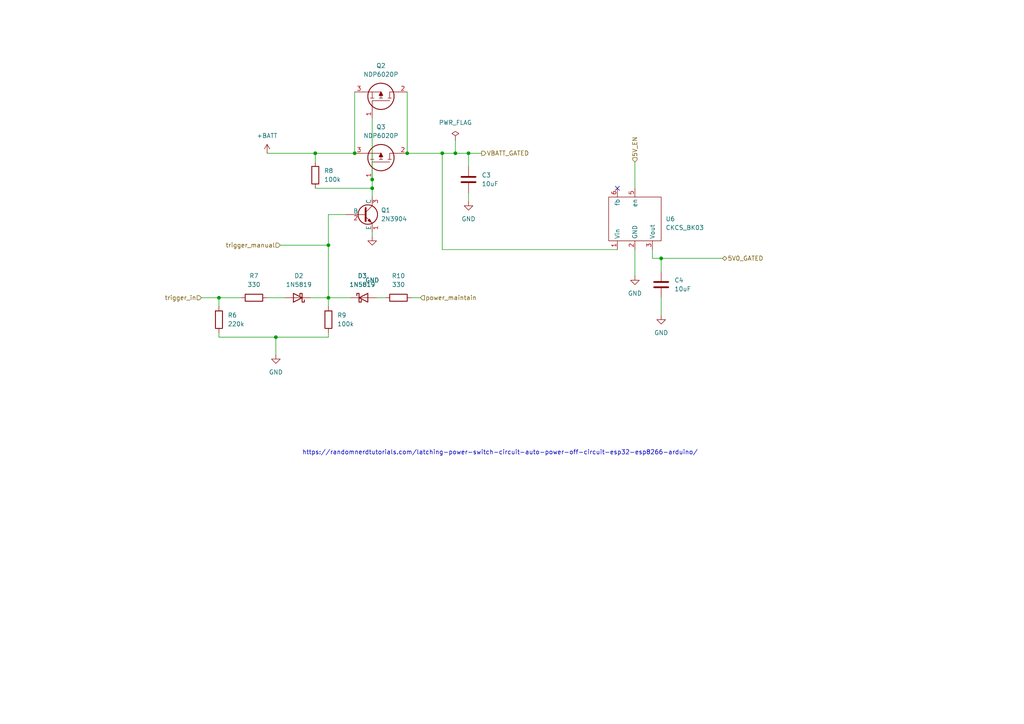
<source format=kicad_sch>
(kicad_sch (version 20211123) (generator eeschema)
  (paper "A4")
  (lib_symbols
    (symbol "Device:C" (pin_numbers hide) (pin_names (offset 0.254))
      (property "Reference" "C" (at 0.635 2.54 0))
      (property "Value" "C" (at 0.635 -2.54 0))
      (symbol "C_0_1"
        (polyline (pts (xy -2.032 -0.762) (xy 2.032 -0.762)) (stroke (width 0.508)))
        (polyline (pts (xy -2.032 0.762) (xy 2.032 0.762)) (stroke (width 0.508)))
      )
      (symbol "C_1_1"
        (pin passive line (at 0 3.81 270) (length 2.794) (name "~") (number "1"))
        (pin passive line (at 0 -3.81 90) (length 2.794) (name "~") (number "2"))
      )
    )
    (symbol "Device:R" (pin_numbers hide) (pin_names (offset 0))
      (property "Reference" "R" (at 2.032 0 90))
      (property "Value" "R" (at 0 0 90))
      (symbol "R_0_1"
        (rectangle (start -1.016 -2.54) (end 1.016 2.54) (stroke (width 0.254)))
      )
      (symbol "R_1_1"
        (pin passive line (at 0 3.81 270) (length 1.27) (name "~") (number "1"))
        (pin passive line (at 0 -3.81 90) (length 1.27) (name "~") (number "2"))
      )
    )
    (symbol "Diode:1N5819" (pin_numbers hide) (pin_names (offset 1.016) hide)
      (property "Reference" "D" (at 0 2.54 0))
      (property "Value" "1N5819" (at 0 -2.54 0))
      (symbol "1N5819_0_1"
        (polyline (pts (xy 1.27 0) (xy -1.27 0)))
        (polyline (pts (xy 1.27 1.27) (xy 1.27 -1.27) (xy -1.27 0) (xy 1.27 1.27)) (stroke (width 0.254)))
        (polyline (pts (xy -1.905 0.635) (xy -1.905 1.27) (xy -1.27 1.27) (xy -1.27 -1.27) (xy -0.635 -1.27) (xy -0.635 -0.635)) (stroke (width 0.254)))
      )
      (symbol "1N5819_1_1"
        (pin passive line (at -3.81 0 0) (length 2.54) (name "K") (number "1"))
        (pin passive line (at 3.81 0 180) (length 2.54) (name "A") (number "2"))
      )
    )
    (symbol "NDP6020P:NDP6020P" (pin_names (offset 0.762))
      (property "Reference" "Q" (at 11.43 3.81 0))
      (property "Value" "NDP6020P" (at 11.43 1.27 0))
      (symbol "NDP6020P_0_0"
        (pin passive line (at 0 0 0) (length 2.54) (name "~") (number "1"))
        (pin passive line (at 7.62 10.16 270) (length 2.54) (name "~") (number "2"))
        (pin passive line (at 7.62 -5.08 90) (length 2.54) (name "~") (number "3"))
      )
      (symbol "NDP6020P_0_1"
        (polyline (pts (xy 5.842 -0.508) (xy 5.842 0.508)) (stroke (width 0.1524)))
        (polyline (pts (xy 5.842 0) (xy 7.62 0)) (stroke (width 0.1524)))
        (polyline (pts (xy 5.842 2.032) (xy 5.842 3.048)) (stroke (width 0.1524)))
        (polyline (pts (xy 5.842 5.588) (xy 5.842 4.572)) (stroke (width 0.1524)))
        (polyline (pts (xy 7.62 2.54) (xy 5.842 2.54)) (stroke (width 0.1524)))
        (polyline (pts (xy 7.62 2.54) (xy 7.62 -2.54)) (stroke (width 0.1524)))
        (polyline (pts (xy 7.62 5.08) (xy 5.842 5.08)) (stroke (width 0.1524)))
        (polyline (pts (xy 7.62 5.08) (xy 7.62 7.62)) (stroke (width 0.1524)))
        (polyline (pts (xy 2.54 0) (xy 5.08 0) (xy 5.08 5.08)) (stroke (width 0.1524)))
        (polyline (pts (xy 7.62 2.54) (xy 6.604 3.048) (xy 6.604 2.032) (xy 7.62 2.54)) (stroke (width 0.254)) (fill (type outline)))
        (circle (center 6.35 2.54) (radius 3.81) (stroke (width 0.254)))
      )
    )
    (symbol "PCB Modules:CKCS_BK03"
      (property "Reference" "U" (at -13.97 1.27 0))
      (property "Value" "CKCS_BK03" (at -13.97 -1.27 0))
      (symbol "CKCS_BK03_0_0"
        (pin power_in line (at 0 -8.89 90) (length 2.54) (name "GND") (number "2"))
        (pin power_out line (at 5.08 -8.89 90) (length 2.54) (name "Vout") (number "3"))
        (pin no_connect line (at 5.08 6.35 270) (length 2.54) hide (name "") (number "4"))
        (pin input line (at 0 8.89 270) (length 2.54) (name "en") (number "5"))
        (pin input line (at -5.08 8.89 270) (length 2.54) (name "fb") (number "6"))
      )
      (symbol "CKCS_BK03_0_1"
        (rectangle (start -7.62 6.35) (end 7.62 -6.35))
      )
      (symbol "CKCS_BK03_1_1"
        (pin power_in line (at -5.08 -8.89 90) (length 2.54) (name "Vin") (number "1"))
      )
    )
    (symbol "Transistor_BJT:2N3904" (pin_names (offset 0))
      (property "Reference" "Q" (at 5.08 1.905 0))
      (property "Value" "2N3904" (at 5.08 0 0))
      (symbol "2N3904_0_1"
        (polyline (pts (xy 0.635 0.635) (xy 2.54 2.54)))
        (polyline (pts (xy 0.635 -0.635) (xy 2.54 -2.54) (xy 2.54 -2.54)))
        (polyline (pts (xy 0.635 1.905) (xy 0.635 -1.905) (xy 0.635 -1.905)) (stroke (width 0.508)))
        (polyline (pts (xy 1.27 -1.778) (xy 1.778 -1.27) (xy 2.286 -2.286) (xy 1.27 -1.778) (xy 1.27 -1.778)) (fill (type outline)))
        (circle (center 1.27 0) (radius 2.8194) (stroke (width 0.254)))
      )
      (symbol "2N3904_1_1"
        (pin passive line (at 2.54 -5.08 90) (length 2.54) (name "E") (number "1"))
        (pin passive line (at -5.08 0 0) (length 5.715) (name "B") (number "2"))
        (pin passive line (at 2.54 5.08 270) (length 2.54) (name "C") (number "3"))
      )
    )
    (symbol "power:+BATT" (power) (pin_names (offset 0))
      (property "Value" "+BATT" (at 0 3.556 0))
      (symbol "+BATT_0_1"
        (polyline (pts (xy -0.762 1.27) (xy 0 2.54)))
        (polyline (pts (xy 0 0) (xy 0 2.54)))
        (polyline (pts (xy 0 2.54) (xy 0.762 1.27)))
      )
      (symbol "+BATT_1_1"
        (pin power_in line (at 0 0 90) (length 0) hide (name "+BATT") (number "1"))
      )
    )
    (symbol "power:GND" (power) (pin_names (offset 0))
      (property "Value" "GND" (at 0 -3.81 0))
      (symbol "GND_0_1"
        (polyline (pts (xy 0 0) (xy 0 -1.27) (xy 1.27 -1.27) (xy 0 -2.54) (xy -1.27 -1.27) (xy 0 -1.27)))
      )
      (symbol "GND_1_1"
        (pin power_in line (at 0 0 270) (length 0) hide (name "GND") (number "1"))
      )
    )
    (symbol "power:PWR_FLAG" (power) (pin_numbers hide) (pin_names (offset 0) hide)
      (property "Value" "PWR_FLAG" (at 0 3.81 0))
      (symbol "PWR_FLAG_0_0"
        (pin power_out line (at 0 0 90) (length 0) (name "pwr") (number "1"))
      )
      (symbol "PWR_FLAG_0_1"
        (polyline (pts (xy 0 0) (xy 0 1.27) (xy -1.016 1.905) (xy 0 2.54) (xy 1.016 1.905) (xy 0 1.27)))
      )
    )
  )
  (junction (at 95.25 86.36))
  (junction (at 135.89 44.45))
  (junction (at 80.01 97.79))
  (junction (at 102.87 44.45))
  (junction (at 128.27 44.45))
  (junction (at 91.44 44.45))
  (junction (at 191.77 74.93))
  (junction (at 107.95 52.07))
  (junction (at 132.08 44.45))
  (junction (at 63.5 86.36))
  (junction (at 95.25 71.12))
  (junction (at 107.95 54.61))
  (junction (at 118.11 44.45))
  (no_connect (at 179.07 54.61))
  (wire (pts (xy 63.5 86.36) (xy 69.85 86.36)))
  (wire (pts (xy 95.25 71.12) (xy 95.25 86.36)))
  (wire (pts (xy 111.76 86.36) (xy 109.22 86.36)))
  (wire (pts (xy 128.27 44.45) (xy 132.08 44.45)))
  (wire (pts (xy 77.47 86.36) (xy 82.55 86.36)))
  (wire (pts (xy 107.95 57.15) (xy 107.95 54.61)))
  (wire (pts (xy 95.25 88.9) (xy 95.25 86.36)))
  (wire (pts (xy 63.5 97.79) (xy 80.01 97.79)))
  (wire (pts (xy 91.44 44.45) (xy 102.87 44.45)))
  (wire (pts (xy 95.25 86.36) (xy 101.6 86.36)))
  (wire (pts (xy 95.25 62.23) (xy 95.25 71.12)))
  (wire (pts (xy 135.89 58.42) (xy 135.89 55.88)))
  (wire (pts (xy 80.01 97.79) (xy 95.25 97.79)))
  (wire (pts (xy 189.23 74.93) (xy 191.77 74.93)))
  (wire (pts (xy 191.77 91.44) (xy 191.77 86.36)))
  (wire (pts (xy 191.77 74.93) (xy 191.77 78.74)))
  (wire (pts (xy 95.25 97.79) (xy 95.25 96.52)))
  (wire (pts (xy 81.28 71.12) (xy 95.25 71.12)))
  (wire (pts (xy 80.01 97.79) (xy 80.01 102.87)))
  (wire (pts (xy 63.5 88.9) (xy 63.5 86.36)))
  (wire (pts (xy 191.77 74.93) (xy 209.55 74.93)))
  (wire (pts (xy 77.47 44.45) (xy 91.44 44.45)))
  (wire (pts (xy 58.42 86.36) (xy 63.5 86.36)))
  (wire (pts (xy 91.44 46.99) (xy 91.44 44.45)))
  (wire (pts (xy 128.27 72.39) (xy 179.07 72.39)))
  (wire (pts (xy 118.11 44.45) (xy 128.27 44.45)))
  (wire (pts (xy 107.95 68.58) (xy 107.95 67.31)))
  (wire (pts (xy 184.15 46.99) (xy 184.15 54.61)))
  (wire (pts (xy 118.11 26.67) (xy 118.11 44.45)))
  (wire (pts (xy 91.44 54.61) (xy 107.95 54.61)))
  (wire (pts (xy 121.92 86.36) (xy 119.38 86.36)))
  (wire (pts (xy 107.95 52.07) (xy 107.95 54.61)))
  (wire (pts (xy 63.5 97.79) (xy 63.5 96.52)))
  (wire (pts (xy 132.08 44.45) (xy 135.89 44.45)))
  (wire (pts (xy 135.89 48.26) (xy 135.89 44.45)))
  (wire (pts (xy 107.95 34.29) (xy 107.95 52.07)))
  (wire (pts (xy 135.89 44.45) (xy 139.7 44.45)))
  (wire (pts (xy 95.25 86.36) (xy 90.17 86.36)))
  (wire (pts (xy 184.15 80.01) (xy 184.15 72.39)))
  (wire (pts (xy 189.23 72.39) (xy 189.23 74.93)))
  (wire (pts (xy 100.33 62.23) (xy 95.25 62.23)))
  (wire (pts (xy 102.87 26.67) (xy 102.87 44.45)))
  (wire (pts (xy 132.08 40.64) (xy 132.08 44.45)))
  (wire (pts (xy 128.27 44.45) (xy 128.27 72.39)))
  (text "https://randomnerdtutorials.com/latching-power-switch-circuit-auto-power-off-circuit-esp32-esp8266-arduino/" (at 87.63 132.08 0) (effects (font (size 1.27 1.27)) (justify left bottom)))
  (hierarchical_label "5V0_GATED" (shape bidirectional) (at 209.55 74.93 0))
  (hierarchical_label "VBATT_GATED" (shape output) (at 139.7 44.45 0))
  (hierarchical_label "power_maintain" (shape input) (at 121.92 86.36 0))
  (hierarchical_label "trigger_manual" (shape input) (at 81.28 71.12 180))
  (hierarchical_label "trigger_in" (shape input) (at 58.42 86.36 180))
  (hierarchical_label "5V_EN" (shape input) (at 184.15 46.99 90))
  (symbol (lib_id "power:GND") (at 80.01 102.87 0) (unit 1)
    (property "Reference" "#PWR033" (effects hide))
    (property "Value" "GND" (at 80.01 107.95 0))
  )
  (symbol (lib_id "power:PWR_FLAG") (at 132.08 40.64 0) (unit 1)
    (property "Reference" "#FLG0105" (effects hide))
    (property "Value" "PWR_FLAG" (at 132.08 35.56 0))
  )
  (symbol (lib_id "NDP6020P:NDP6020P") (at 107.95 34.29 270) (mirror x) (unit 1)
    (property "Reference" "Q2" (at 110.49 19.05 90))
    (property "Value" "NDP6020P" (at 110.49 21.59 90))
    (property "Footprint" "NDP6020P:TO254P470X1016X2019-3P" (effects hide))
    (property "Datasheet" "https://www.onsemi.com/pub/Collateral/NDP6020P-D.PDF" (effects hide))
    (property "Description" "P-Channel MOSFET, 24 A, 20 V, 3-Pin TO-220 ON Semiconductor NDP6020P" (effects hide))
    (property "Height" "4.7" (effects hide))
    (property "Manufacturer_Name" "ON Semiconductor" (effects hide))
    (property "Manufacturer_Part_Number" "NDP6020P" (effects hide))
    (property "Mouser Part Number" "512-NDP6020P" (effects hide))
    (property "Mouser Price/Stock" "https://www.mouser.co.uk/ProductDetail/ON-Semiconductor-Fairchild/NDP6020P?qs=mdiO5HdF0Khl%252BuaDKGopOw%3D%3D" (effects hide))
    (property "Arrow Part Number" "NDP6020P" (effects hide))
    (property "Arrow Price/Stock" "https://www.arrow.com/en/products/ndp6020p/on-semiconductor?region=europe" (effects hide))
  )
  (symbol (lib_id "Diode:1N5819") (at 105.41 86.36 0) (unit 1)
    (property "Reference" "D3" (at 105.0925 80.01 0))
    (property "Value" "1N5819" (at 105.0925 82.55 0))
    (property "Footprint" "Diode_SMD:D_SMA" (effects hide))
    (property "Datasheet" "http://www.vishay.com/docs/88525/1n5817.pdf" (effects hide))
  )
  (symbol (lib_id "Device:C") (at 191.77 82.55 0) (unit 1)
    (property "Reference" "C4" (at 195.58 81.2799 0) (effects (justify left)))
    (property "Value" "10uF" (at 195.58 83.8199 0) (effects (justify left)))
    (property "Footprint" "Capacitor_SMD:C_0805_2012Metric" (effects hide))
  )
  (symbol (lib_id "power:GND") (at 135.89 58.42 0) (unit 1)
    (property "Reference" "#PWR035" (effects hide))
    (property "Value" "GND" (at 135.89 63.5 0))
  )
  (symbol (lib_id "power:GND") (at 107.95 68.58 0) (unit 1)
    (property "Reference" "#PWR034" (effects hide))
    (property "Value" "GND" (at 107.95 81.28 0))
  )
  (symbol (lib_id "Device:R") (at 63.5 92.71 0) (unit 1)
    (property "Reference" "R6" (at 66.04 91.4399 0) (effects (justify left)))
    (property "Value" "220k" (at 66.04 93.9799 0) (effects (justify left)))
    (property "Footprint" "Resistor_SMD:R_1206_3216Metric" (effects hide))
  )
  (symbol (lib_id "Transistor_BJT:2N3904") (at 105.41 62.23 0) (unit 1)
    (property "Reference" "Q1" (at 110.49 60.9599 0) (effects (justify left)))
    (property "Value" "2N3904" (at 110.49 63.4999 0) (effects (justify left)))
    (property "Footprint" "Components:2N3904_SOT-23" (effects hide))
    (property "Datasheet" "https://www.onsemi.com/pub/Collateral/2N3903-D.PDF" (effects hide))
  )
  (symbol (lib_id "Device:R") (at 91.44 50.8 0) (unit 1)
    (property "Reference" "R8" (at 93.98 49.5299 0) (effects (justify left)))
    (property "Value" "100k" (at 93.98 52.0699 0) (effects (justify left)))
    (property "Footprint" "Resistor_SMD:R_1206_3216Metric" (effects hide))
  )
  (symbol (lib_id "power:+BATT") (at 77.47 44.45 0) (unit 1)
    (property "Reference" "#PWR032" (effects hide))
    (property "Value" "+BATT" (at 77.47 39.37 0))
  )
  (symbol (lib_id "Device:C") (at 135.89 52.07 0) (unit 1)
    (property "Reference" "C3" (at 139.7 50.7999 0) (effects (justify left)))
    (property "Value" "10uF" (at 139.7 53.3399 0) (effects (justify left)))
    (property "Footprint" "Capacitor_SMD:C_0805_2012Metric" (effects hide))
  )
  (symbol (lib_id "Device:R") (at 73.66 86.36 90) (unit 1)
    (property "Reference" "R7" (at 73.66 80.01 90))
    (property "Value" "330" (at 73.66 82.55 90))
    (property "Footprint" "Resistor_SMD:R_1206_3216Metric" (effects hide))
  )
  (symbol (lib_id "Device:R") (at 115.57 86.36 90) (unit 1)
    (property "Reference" "R10" (at 115.57 80.01 90))
    (property "Value" "330" (at 115.57 82.55 90))
    (property "Footprint" "Resistor_SMD:R_1206_3216Metric" (effects hide))
  )
  (symbol (lib_id "NDP6020P:NDP6020P") (at 107.95 52.07 270) (mirror x) (unit 1)
    (property "Reference" "Q3" (at 110.49 36.83 90))
    (property "Value" "NDP6020P" (at 110.49 39.37 90))
    (property "Footprint" "NDP6020P:TO254P470X1016X2019-3P" (effects hide))
    (property "Datasheet" "https://www.onsemi.com/pub/Collateral/NDP6020P-D.PDF" (effects hide))
    (property "Description" "P-Channel MOSFET, 24 A, 20 V, 3-Pin TO-220 ON Semiconductor NDP6020P" (effects hide))
    (property "Height" "4.7" (effects hide))
    (property "Manufacturer_Name" "ON Semiconductor" (effects hide))
    (property "Manufacturer_Part_Number" "NDP6020P" (effects hide))
    (property "Mouser Part Number" "512-NDP6020P" (effects hide))
    (property "Mouser Price/Stock" "https://www.mouser.co.uk/ProductDetail/ON-Semiconductor-Fairchild/NDP6020P?qs=mdiO5HdF0Khl%252BuaDKGopOw%3D%3D" (effects hide))
    (property "Arrow Part Number" "NDP6020P" (effects hide))
    (property "Arrow Price/Stock" "https://www.arrow.com/en/products/ndp6020p/on-semiconductor?region=europe" (effects hide))
  )
  (symbol (lib_id "Diode:1N5819") (at 86.36 86.36 180) (unit 1)
    (property "Reference" "D2" (at 86.6775 80.01 0))
    (property "Value" "1N5819" (at 86.6775 82.55 0))
    (property "Footprint" "Diode_SMD:D_SMA" (effects hide))
    (property "Datasheet" "http://www.vishay.com/docs/88525/1n5817.pdf" (effects hide))
  )
  (symbol (lib_id "Device:R") (at 95.25 92.71 0) (unit 1)
    (property "Reference" "R9" (at 97.79 91.4399 0) (effects (justify left)))
    (property "Value" "100k" (at 97.79 93.9799 0) (effects (justify left)))
    (property "Footprint" "Resistor_SMD:R_1206_3216Metric" (effects hide))
  )
  (symbol (lib_id "PCB Modules:CKCS_BK03") (at 184.15 63.5 0) (unit 1)
    (property "Reference" "U6" (at 193.04 63.4999 0) (effects (justify left)))
    (property "Value" "CKCS_BK03" (at 193.04 66.0399 0) (effects (justify left)))
    (property "Footprint" "PCB Modules:CKCS-BK03" (effects hide))
  )
  (symbol (lib_id "power:GND") (at 184.15 80.01 0) (unit 1)
    (property "Reference" "#PWR036" (effects hide))
    (property "Value" "GND" (at 184.15 85.09 0))
  )
  (symbol (lib_id "power:GND") (at 191.77 91.44 0) (unit 1)
    (property "Reference" "#PWR037" (effects hide))
    (property "Value" "GND" (at 191.77 96.52 0))
  )
)
</source>
